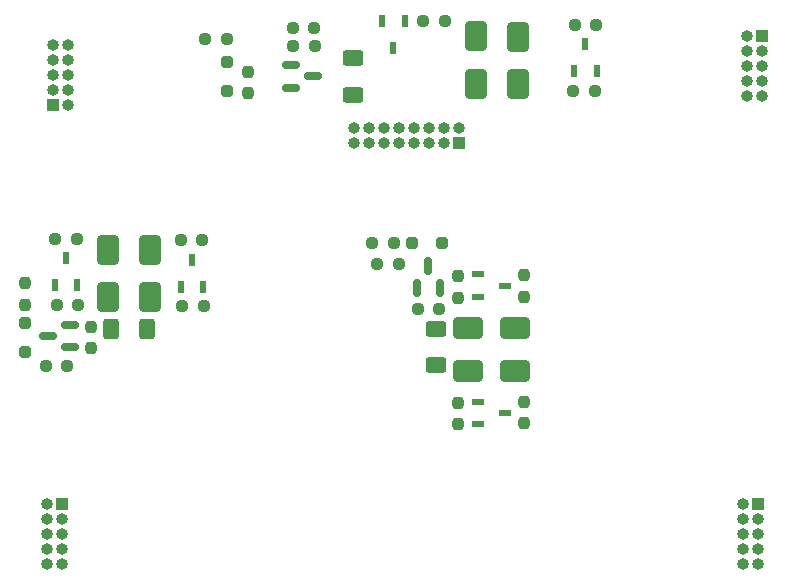
<source format=gbr>
%TF.GenerationSoftware,KiCad,Pcbnew,7.0.10*%
%TF.CreationDate,2025-03-26T19:50:54+01:00*%
%TF.ProjectId,DIC_Addon,4449435f-4164-4646-9f6e-2e6b69636164,rev?*%
%TF.SameCoordinates,Original*%
%TF.FileFunction,Soldermask,Top*%
%TF.FilePolarity,Negative*%
%FSLAX46Y46*%
G04 Gerber Fmt 4.6, Leading zero omitted, Abs format (unit mm)*
G04 Created by KiCad (PCBNEW 7.0.10) date 2025-03-26 19:50:54*
%MOMM*%
%LPD*%
G01*
G04 APERTURE LIST*
G04 Aperture macros list*
%AMRoundRect*
0 Rectangle with rounded corners*
0 $1 Rounding radius*
0 $2 $3 $4 $5 $6 $7 $8 $9 X,Y pos of 4 corners*
0 Add a 4 corners polygon primitive as box body*
4,1,4,$2,$3,$4,$5,$6,$7,$8,$9,$2,$3,0*
0 Add four circle primitives for the rounded corners*
1,1,$1+$1,$2,$3*
1,1,$1+$1,$4,$5*
1,1,$1+$1,$6,$7*
1,1,$1+$1,$8,$9*
0 Add four rect primitives between the rounded corners*
20,1,$1+$1,$2,$3,$4,$5,0*
20,1,$1+$1,$4,$5,$6,$7,0*
20,1,$1+$1,$6,$7,$8,$9,0*
20,1,$1+$1,$8,$9,$2,$3,0*%
G04 Aperture macros list end*
%ADD10RoundRect,0.150000X-0.587500X-0.150000X0.587500X-0.150000X0.587500X0.150000X-0.587500X0.150000X0*%
%ADD11RoundRect,0.250000X0.250000X-0.250000X0.250000X0.250000X-0.250000X0.250000X-0.250000X-0.250000X0*%
%ADD12R,1.000000X1.000000*%
%ADD13O,1.000000X1.000000*%
%ADD14RoundRect,0.237500X-0.250000X-0.237500X0.250000X-0.237500X0.250000X0.237500X-0.250000X0.237500X0*%
%ADD15RoundRect,0.237500X0.250000X0.237500X-0.250000X0.237500X-0.250000X-0.237500X0.250000X-0.237500X0*%
%ADD16R,1.131799X0.568000*%
%ADD17RoundRect,0.237500X0.237500X-0.250000X0.237500X0.250000X-0.237500X0.250000X-0.237500X-0.250000X0*%
%ADD18RoundRect,0.250000X0.650000X-1.000000X0.650000X1.000000X-0.650000X1.000000X-0.650000X-1.000000X0*%
%ADD19RoundRect,0.250000X-1.000000X-0.650000X1.000000X-0.650000X1.000000X0.650000X-1.000000X0.650000X0*%
%ADD20RoundRect,0.250000X0.250000X0.250000X-0.250000X0.250000X-0.250000X-0.250000X0.250000X-0.250000X0*%
%ADD21R,0.568000X1.131799*%
%ADD22RoundRect,0.250000X0.400000X0.625000X-0.400000X0.625000X-0.400000X-0.625000X0.400000X-0.625000X0*%
%ADD23RoundRect,0.150000X0.587500X0.150000X-0.587500X0.150000X-0.587500X-0.150000X0.587500X-0.150000X0*%
%ADD24RoundRect,0.250000X0.625000X-0.400000X0.625000X0.400000X-0.625000X0.400000X-0.625000X-0.400000X0*%
%ADD25RoundRect,0.237500X-0.237500X0.250000X-0.237500X-0.250000X0.237500X-0.250000X0.237500X0.250000X0*%
%ADD26RoundRect,0.150000X0.150000X-0.587500X0.150000X0.587500X-0.150000X0.587500X-0.150000X-0.587500X0*%
G04 APERTURE END LIST*
D10*
%TO.C,Q6*%
X36273500Y-17312000D03*
X36273500Y-19212000D03*
X38148500Y-18262000D03*
%TD*%
D11*
%TO.C,D16*%
X13742500Y-41616000D03*
X13742500Y-39116000D03*
%TD*%
D12*
%TO.C,J6*%
X16891000Y-54483000D03*
D13*
X15621000Y-54483000D03*
X16891000Y-55753000D03*
X15621000Y-55753000D03*
X16891000Y-57023000D03*
X15621000Y-57023000D03*
X16891000Y-58293000D03*
X15621000Y-58293000D03*
X16891000Y-59563000D03*
X15621000Y-59563000D03*
%TD*%
D14*
%TO.C,R41*%
X15520500Y-42799000D03*
X17345500Y-42799000D03*
%TD*%
D15*
%TO.C,R12*%
X30833700Y-15087600D03*
X29008700Y-15087600D03*
%TD*%
D16*
%TO.C,Q14*%
X52124000Y-45815999D03*
X52124000Y-47716001D03*
X54410000Y-46766000D03*
%TD*%
D17*
%TO.C,R13*%
X32639000Y-19682500D03*
X32639000Y-17857500D03*
%TD*%
D18*
%TO.C,D6*%
X55477000Y-18896000D03*
X55477000Y-14896000D03*
%TD*%
D15*
%TO.C,R9*%
X62126500Y-13905900D03*
X60301500Y-13905900D03*
%TD*%
D17*
%TO.C,R31*%
X50473000Y-47720999D03*
X50473000Y-45895999D03*
%TD*%
D14*
%TO.C,R14*%
X36497500Y-15722000D03*
X38322500Y-15722000D03*
%TD*%
%TO.C,R35*%
X47020500Y-37924500D03*
X48845500Y-37924500D03*
%TD*%
D18*
%TO.C,D17*%
X20828000Y-36925000D03*
X20828000Y-32925000D03*
%TD*%
D19*
%TO.C,D15*%
X51255000Y-43210000D03*
X55255000Y-43210000D03*
%TD*%
D20*
%TO.C,D13*%
X49076000Y-32336500D03*
X46576000Y-32336500D03*
%TD*%
D17*
%TO.C,R32*%
X56061000Y-47617499D03*
X56061000Y-45792499D03*
%TD*%
%TO.C,R24*%
X50461000Y-37010500D03*
X50461000Y-35185500D03*
%TD*%
D21*
%TO.C,Q16*%
X16299999Y-35941000D03*
X18200001Y-35941000D03*
X17250000Y-33655000D03*
%TD*%
D15*
%TO.C,R39*%
X28769499Y-32131000D03*
X26944499Y-32131000D03*
%TD*%
D14*
%TO.C,R11*%
X36450500Y-14198000D03*
X38275500Y-14198000D03*
%TD*%
D16*
%TO.C,Q13*%
X52124000Y-35020999D03*
X52124000Y-36921001D03*
X54410000Y-35971000D03*
%TD*%
D18*
%TO.C,D9*%
X51943000Y-18865000D03*
X51943000Y-14865000D03*
%TD*%
%TO.C,D18*%
X24362000Y-36925000D03*
X24362000Y-32925000D03*
%TD*%
D14*
%TO.C,R37*%
X16337500Y-32004000D03*
X18162500Y-32004000D03*
%TD*%
D15*
%TO.C,R34*%
X45416500Y-34114500D03*
X43591500Y-34114500D03*
%TD*%
%TO.C,R33*%
X45012000Y-32336500D03*
X43187000Y-32336500D03*
%TD*%
D11*
%TO.C,D4*%
X30861000Y-19515500D03*
X30861000Y-17015500D03*
%TD*%
D22*
%TO.C,TH6*%
X24134000Y-39624000D03*
X21034000Y-39624000D03*
%TD*%
D17*
%TO.C,R40*%
X13742500Y-37615500D03*
X13742500Y-35790500D03*
%TD*%
D15*
%TO.C,R8*%
X61999500Y-19493900D03*
X60174500Y-19493900D03*
%TD*%
D21*
%TO.C,Q17*%
X26967999Y-36068000D03*
X28868001Y-36068000D03*
X27918000Y-33782000D03*
%TD*%
D15*
%TO.C,R36*%
X18289500Y-37592000D03*
X16464500Y-37592000D03*
%TD*%
D23*
%TO.C,Q18*%
X17601000Y-41209000D03*
X17601000Y-39309000D03*
X15726000Y-40259000D03*
%TD*%
D12*
%TO.C,J2*%
X76200000Y-14859000D03*
D13*
X74930000Y-14859000D03*
X76200000Y-16129000D03*
X74930000Y-16129000D03*
X76200000Y-17399000D03*
X74930000Y-17399000D03*
X76200000Y-18669000D03*
X74930000Y-18669000D03*
X76200000Y-19939000D03*
X74930000Y-19939000D03*
%TD*%
D12*
%TO.C,J5*%
X16129000Y-20701000D03*
D13*
X17399000Y-20701000D03*
X16129000Y-19431000D03*
X17399000Y-19431000D03*
X16129000Y-18161000D03*
X17399000Y-18161000D03*
X16129000Y-16891000D03*
X17399000Y-16891000D03*
X16129000Y-15621000D03*
X17399000Y-15621000D03*
%TD*%
D24*
%TO.C,TH2*%
X41529000Y-19812000D03*
X41529000Y-16712000D03*
%TD*%
D19*
%TO.C,D14*%
X51255000Y-39584000D03*
X55255000Y-39584000D03*
%TD*%
D17*
%TO.C,R42*%
X19330500Y-41298500D03*
X19330500Y-39473500D03*
%TD*%
D12*
%TO.C,J4*%
X75819000Y-54473000D03*
D13*
X74549000Y-54473000D03*
X75819000Y-55743000D03*
X74549000Y-55743000D03*
X75819000Y-57013000D03*
X74549000Y-57013000D03*
X75819000Y-58283000D03*
X74549000Y-58283000D03*
X75819000Y-59553000D03*
X74549000Y-59553000D03*
%TD*%
D15*
%TO.C,R10*%
X49299500Y-13563000D03*
X47474500Y-13563000D03*
%TD*%
D21*
%TO.C,Q5*%
X45908001Y-13563000D03*
X44007999Y-13563000D03*
X44958000Y-15849000D03*
%TD*%
D15*
%TO.C,R38*%
X28896499Y-37719000D03*
X27071499Y-37719000D03*
%TD*%
D25*
%TO.C,R30*%
X56061000Y-35096001D03*
X56061000Y-36921001D03*
%TD*%
D26*
%TO.C,Q15*%
X46983000Y-36195000D03*
X48883000Y-36195000D03*
X47933000Y-34320000D03*
%TD*%
D24*
%TO.C,TH4*%
X48568000Y-42728000D03*
X48568000Y-39628000D03*
%TD*%
D21*
%TO.C,Q4*%
X60263999Y-17842900D03*
X62164001Y-17842900D03*
X61214000Y-15556900D03*
%TD*%
D12*
%TO.C,J3*%
X50551000Y-23866000D03*
D13*
X50551000Y-22596000D03*
X49281000Y-23866000D03*
X49281000Y-22596000D03*
X48011000Y-23866000D03*
X48011000Y-22596000D03*
X46741000Y-23866000D03*
X46741000Y-22596000D03*
X45471000Y-23866000D03*
X45471000Y-22596000D03*
X44201000Y-23866000D03*
X44201000Y-22596000D03*
X42931000Y-23866000D03*
X42931000Y-22596000D03*
X41661000Y-23866000D03*
X41661000Y-22596000D03*
%TD*%
M02*

</source>
